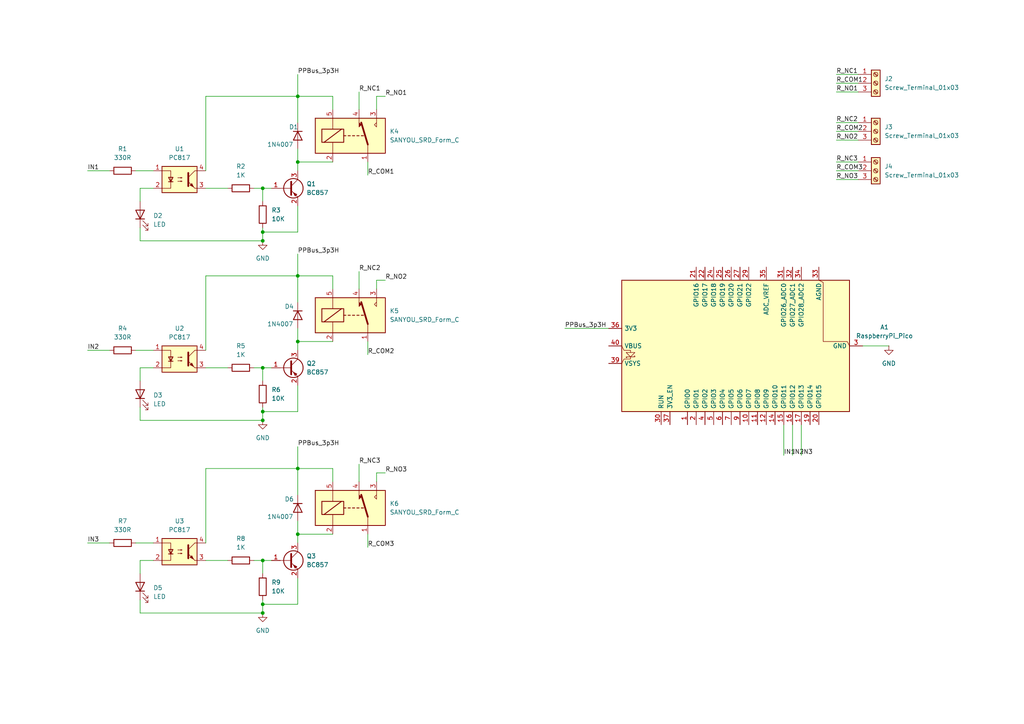
<source format=kicad_sch>
(kicad_sch (version 20250114) (generator "eeschema") (generator_version "9.0")
  (paper "A4")
  (title_block (title "Power and Flash Mode Controller") (date "2025-02-23") (rev "1.0") (comment 1 "Design phase : Prototype"))
  (lib_symbols
    (symbol "Connector:Screw_Terminal_01x03" (pin_names (offset 1.016) (hide yes))
      (property "Reference" "J" (at 0 5.08 0))
      (property "Value" "Screw_Terminal_01x03" (at 0 -5.08 0))
      (symbol "Screw_Terminal_01x03_1_1"
        (rectangle (start -1.27 3.81) (end 1.27 -3.81) (stroke (width 0.254)) (fill (type background)))
        (polyline (pts (xy -0.5334 2.8702) (xy 0.3302 2.032)) (stroke (width 0.1524)))
        (polyline (pts (xy -0.5334 0.3302) (xy 0.3302 -0.508)) (stroke (width 0.1524)))
        (polyline (pts (xy -0.5334 -2.2098) (xy 0.3302 -3.048)) (stroke (width 0.1524)))
        (polyline (pts (xy -0.3556 3.048) (xy 0.508 2.2098)) (stroke (width 0.1524)))
        (polyline (pts (xy -0.3556 0.508) (xy 0.508 -0.3302)) (stroke (width 0.1524)))
        (polyline (pts (xy -0.3556 -2.032) (xy 0.508 -2.8702)) (stroke (width 0.1524)))
        (circle (center 0 2.54) (radius 0.635) (stroke (width 0.1524)))
        (circle (center 0 0) (radius 0.635) (stroke (width 0.1524)))
        (circle (center 0 -2.54) (radius 0.635) (stroke (width 0.1524)))
        (pin passive line (at -5.08 2.54 0) (length 3.81) (name "Pin_1") (number "1"))
        (pin passive line (at -5.08 0 0) (length 3.81) (name "Pin_2") (number "2"))
        (pin passive line (at -5.08 -2.54 0) (length 3.81) (name "Pin_3") (number "3"))
      )
    )
    (symbol "Device:LED" (pin_numbers (hide yes)) (pin_names (offset 1.016) (hide yes))
      (property "Reference" "D" (at 0 2.54 0))
      (property "Value" "LED" (at 0 -2.54 0))
      (symbol "LED_0_1"
        (polyline (pts (xy -3.048 -0.762) (xy -4.572 -2.286) (xy -3.81 -2.286) (xy -4.572 -2.286) (xy -4.572 -1.524)))
        (polyline (pts (xy -1.778 -0.762) (xy -3.302 -2.286) (xy -2.54 -2.286) (xy -3.302 -2.286) (xy -3.302 -1.524)))
        (polyline (pts (xy -1.27 0) (xy 1.27 0)))
        (polyline (pts (xy -1.27 -1.27) (xy -1.27 1.27)) (stroke (width 0.254)))
        (polyline (pts (xy 1.27 -1.27) (xy 1.27 1.27) (xy -1.27 0) (xy 1.27 -1.27)) (stroke (width 0.254)))
      )
      (symbol "LED_1_1"
        (pin passive line (at -3.81 0 0) (length 2.54) (name "K") (number "1"))
        (pin passive line (at 3.81 0 180) (length 2.54) (name "A") (number "2"))
      )
    )
    (symbol "Device:R" (pin_numbers (hide yes)) (pin_names (offset 0))
      (property "Reference" "R" (at 2.032 0 90))
      (property "Value" "R" (at 0 0 90))
      (symbol "R_0_1"
        (rectangle (start -1.016 -2.54) (end 1.016 2.54) (stroke (width 0.254)))
      )
      (symbol "R_1_1"
        (pin passive line (at 0 3.81 270) (length 1.27) (name "~") (number "1"))
        (pin passive line (at 0 -3.81 90) (length 1.27) (name "~") (number "2"))
      )
    )
    (symbol "Diode:1N4007" (pin_numbers (hide yes)) (pin_names (hide yes))
      (property "Reference" "D" (at 0 2.54 0))
      (property "Value" "1N4007" (at 0 -2.54 0))
      (symbol "1N4007_0_1"
        (polyline (pts (xy -1.27 1.27) (xy -1.27 -1.27)) (stroke (width 0.254)))
        (polyline (pts (xy 1.27 1.27) (xy 1.27 -1.27) (xy -1.27 0) (xy 1.27 1.27)) (stroke (width 0.254)))
        (polyline (pts (xy 1.27 0) (xy -1.27 0)))
      )
      (symbol "1N4007_1_1"
        (pin passive line (at -3.81 0 0) (length 2.54) (name "K") (number "1"))
        (pin passive line (at 3.81 0 180) (length 2.54) (name "A") (number "2"))
      )
    )
    (symbol "Isolator:PC817" (pin_names (offset 1.016))
      (property "Reference" "U" (at -5.08 5.08 0))
      (property "Value" "PC817" (at 0 5.08 0))
      (symbol "PC817_0_1"
        (rectangle (start -5.08 3.81) (end 5.08 -3.81) (stroke (width 0.254)) (fill (type background)))
        (polyline (pts (xy -5.08 2.54) (xy -2.54 2.54) (xy -2.54 -0.635)))
        (polyline (pts (xy -3.175 -0.635) (xy -1.905 -0.635)) (stroke (width 0.254)))
        (polyline (pts (xy -2.54 -0.635) (xy -2.54 -2.54) (xy -5.08 -2.54)))
        (polyline (pts (xy -2.54 -0.635) (xy -3.175 0.635) (xy -1.905 0.635) (xy -2.54 -0.635)) (stroke (width 0.254)))
        (polyline (pts (xy -0.508 0.508) (xy 0.762 0.508) (xy 0.381 0.381) (xy 0.381 0.635) (xy 0.762 0.508)))
        (polyline (pts (xy -0.508 -0.508) (xy 0.762 -0.508) (xy 0.381 -0.635) (xy 0.381 -0.381) (xy 0.762 -0.508)))
        (polyline (pts (xy 2.54 1.905) (xy 2.54 -1.905) (xy 2.54 -1.905)) (stroke (width 0.508)))
        (polyline (pts (xy 2.54 0.635) (xy 4.445 2.54)))
        (polyline (pts (xy 3.048 -1.651) (xy 3.556 -1.143) (xy 4.064 -2.159) (xy 3.048 -1.651) (xy 3.048 -1.651)) (fill (type outline)))
        (polyline (pts (xy 4.445 2.54) (xy 5.08 2.54)))
        (polyline (pts (xy 4.445 -2.54) (xy 2.54 -0.635)) (fill (type outline)))
        (polyline (pts (xy 4.445 -2.54) (xy 5.08 -2.54)))
      )
      (symbol "PC817_1_1"
        (pin passive line (at -7.62 2.54 0) (length 2.54) (name "~") (number "1"))
        (pin passive line (at -7.62 -2.54 0) (length 2.54) (name "~") (number "2"))
        (pin passive line (at 7.62 2.54 180) (length 2.54) (name "~") (number "4"))
        (pin passive line (at 7.62 -2.54 180) (length 2.54) (name "~") (number "3"))
      )
    )
    (symbol "MCU_Module:RaspberryPi_Pico" (pin_names (offset 0.762))
      (property "Reference" "A" (at -19.05 35.56 0))
      (property "Value" "RaspberryPi_Pico" (at 7.62 35.56 0))
      (symbol "RaspberryPi_Pico_0_1"
        (rectangle (start -19.05 34.29) (end 19.05 -31.75) (stroke (width 0.254)) (fill (type background)))
        (polyline (pts (xy -5.08 34.29) (xy -3.81 33.655) (xy -3.81 31.75) (xy -3.175 31.75)))
        (polyline (pts (xy -3.429 32.766) (xy -3.429 33.02) (xy -3.175 33.02) (xy -3.175 30.48) (xy -2.921 30.48) (xy -2.921 30.734)))
        (polyline (pts (xy -3.175 31.75) (xy -1.905 33.02) (xy -1.905 30.48) (xy -3.175 31.75)))
        (polyline (pts (xy 0 34.29) (xy -1.27 33.655) (xy -1.27 31.75) (xy -1.905 31.75)))
        (polyline (pts (xy 0 -31.75) (xy 1.27 -31.115) (xy 1.27 -24.13) (xy 18.415 -24.13) (xy 19.05 -22.86)))
      )
      (symbol "RaspberryPi_Pico_1_1"
        (pin passive line (at -22.86 22.86 0) (length 3.81) (name "RUN") (number "30"))
        (pin passive line (at -22.86 20.32 0) (length 3.81) (name "3V3_EN") (number "37"))
        (pin bidirectional line (at -22.86 15.24 0) (length 3.81) (name "GPIO0") (number "1"))
        (pin bidirectional line (at -22.86 12.7 0) (length 3.81) (name "GPIO1") (number "2"))
        (pin bidirectional line (at -22.86 10.16 0) (length 3.81) (name "GPIO2") (number "4"))
        (pin bidirectional line (at -22.86 7.62 0) (length 3.81) (name "GPIO3") (number "5"))
        (pin bidirectional line (at -22.86 5.08 0) (length 3.81) (name "GPIO4") (number "6"))
        (pin bidirectional line (at -22.86 2.54 0) (length 3.81) (name "GPIO5") (number "7"))
        (pin bidirectional line (at -22.86 0 0) (length 3.81) (name "GPIO6") (number "9"))
        (pin bidirectional line (at -22.86 -2.54 0) (length 3.81) (name "GPIO7") (number "10"))
        (pin bidirectional line (at -22.86 -5.08 0) (length 3.81) (name "GPIO8") (number "11"))
        (pin bidirectional line (at -22.86 -7.62 0) (length 3.81) (name "GPIO9") (number "12"))
        (pin bidirectional line (at -22.86 -10.16 0) (length 3.81) (name "GPIO10") (number "14"))
        (pin bidirectional line (at -22.86 -12.7 0) (length 3.81) (name "GPIO11") (number "15"))
        (pin bidirectional line (at -22.86 -15.24 0) (length 3.81) (name "GPIO12") (number "16"))
        (pin bidirectional line (at -22.86 -17.78 0) (length 3.81) (name "GPIO13") (number "17"))
        (pin bidirectional line (at -22.86 -20.32 0) (length 3.81) (name "GPIO14") (number "19"))
        (pin bidirectional line (at -22.86 -22.86 0) (length 3.81) (name "GPIO15") (number "20"))
        (pin power_in line (at -5.08 38.1 270) (length 3.81) (name "VSYS") (number "39"))
        (pin power_out line (at 0 38.1 270) (length 3.81) (name "VBUS") (number "40"))
        (pin passive line (at 0 -35.56 90) (length 3.81) (hide yes) (name "GND") (number "13"))
        (pin passive line (at 0 -35.56 90) (length 3.81) (hide yes) (name "GND") (number "18"))
        (pin passive line (at 0 -35.56 90) (length 3.81) (hide yes) (name "GND") (number "23"))
        (pin passive line (at 0 -35.56 90) (length 3.81) (hide yes) (name "GND") (number "28"))
        (pin power_out line (at 0 -35.56 90) (length 3.81) (name "GND") (number "3"))
        (pin passive line (at 0 -35.56 90) (length 3.81) (hide yes) (name "GND") (number "38"))
        (pin passive line (at 0 -35.56 90) (length 3.81) (hide yes) (name "GND") (number "8"))
        (pin power_out line (at 5.08 38.1 270) (length 3.81) (name "3V3") (number "36"))
        (pin bidirectional line (at 22.86 12.7 180) (length 3.81) (name "GPIO16") (number "21"))
        (pin bidirectional line (at 22.86 10.16 180) (length 3.81) (name "GPIO17") (number "22"))
        (pin bidirectional line (at 22.86 7.62 180) (length 3.81) (name "GPIO18") (number "24"))
        (pin bidirectional line (at 22.86 5.08 180) (length 3.81) (name "GPIO19") (number "25"))
        (pin bidirectional line (at 22.86 2.54 180) (length 3.81) (name "GPIO20") (number "26"))
        (pin bidirectional line (at 22.86 0 180) (length 3.81) (name "GPIO21") (number "27"))
        (pin bidirectional line (at 22.86 -2.54 180) (length 3.81) (name "GPIO22") (number "29"))
        (pin power_in line (at 22.86 -7.62 180) (length 3.81) (name "ADC_VREF") (number "35"))
        (pin bidirectional line (at 22.86 -12.7 180) (length 3.81) (name "GPIO26_ADC0") (number "31"))
        (pin bidirectional line (at 22.86 -15.24 180) (length 3.81) (name "GPIO27_ADC1") (number "32"))
        (pin bidirectional line (at 22.86 -17.78 180) (length 3.81) (name "GPIO28_ADC2") (number "34"))
        (pin power_out line (at 22.86 -22.86 180) (length 3.81) (name "AGND") (number "33"))
      )
    )
    (symbol "Relay:SANYOU_SRD_Form_C"
      (property "Reference" "K" (at 11.43 3.81 0))
      (property "Value" "SANYOU_SRD_Form_C" (at 11.43 1.27 0))
      (symbol "SANYOU_SRD_Form_C_0_0"
        (polyline (pts (xy 7.62 5.08) (xy 7.62 2.54) (xy 6.985 3.175) (xy 7.62 3.81)))
      )
      (symbol "SANYOU_SRD_Form_C_0_1"
        (rectangle (start -10.16 5.08) (end 10.16 -5.08) (stroke (width 0.254)) (fill (type background)))
        (rectangle (start -8.255 1.905) (end -1.905 -1.905) (stroke (width 0.254)))
        (polyline (pts (xy -7.62 -1.905) (xy -2.54 1.905)) (stroke (width 0.254)))
        (polyline (pts (xy -5.08 5.08) (xy -5.08 1.905)))
        (polyline (pts (xy -5.08 -5.08) (xy -5.08 -1.905)))
        (polyline (pts (xy -1.905 0) (xy -1.27 0)) (stroke (width 0.254)))
        (polyline (pts (xy -0.635 0) (xy 0 0)) (stroke (width 0.254)))
        (polyline (pts (xy 0.635 0) (xy 1.27 0)) (stroke (width 0.254)))
        (polyline (pts (xy 1.905 0) (xy 2.54 0)) (stroke (width 0.254)))
        (polyline (pts (xy 3.175 0) (xy 3.81 0)) (stroke (width 0.254)))
        (polyline (pts (xy 5.08 -2.54) (xy 3.175 3.81)) (stroke (width 0.508)))
        (polyline (pts (xy 5.08 -2.54) (xy 5.08 -5.08)))
      )
      (symbol "SANYOU_SRD_Form_C_1_1"
        (polyline (pts (xy 2.54 3.81) (xy 3.175 3.175) (xy 2.54 2.54) (xy 2.54 5.08)) (fill (type outline)))
        (pin passive line (at -5.08 7.62 270) (length 2.54) (name "~") (number "5"))
        (pin passive line (at -5.08 -7.62 90) (length 2.54) (name "~") (number "2"))
        (pin passive line (at 2.54 7.62 270) (length 2.54) (name "~") (number "4"))
        (pin passive line (at 5.08 -7.62 90) (length 2.54) (name "~") (number "1"))
        (pin passive line (at 7.62 7.62 270) (length 2.54) (name "~") (number "3"))
      )
    )
    (symbol "Transistor_BJT:BC857" (pin_names (offset 0) (hide yes))
      (property "Reference" "Q" (at 5.08 1.905 0))
      (property "Value" "BC857" (at 5.08 0 0))
      (symbol "BC857_0_1"
        (polyline (pts (xy -2.54 0) (xy 0.635 0)))
        (polyline (pts (xy 0.635 1.905) (xy 0.635 -1.905)) (stroke (width 0.508)))
        (polyline (pts (xy 0.635 0.635) (xy 2.54 2.54)))
        (polyline (pts (xy 0.635 -0.635) (xy 2.54 -2.54)))
        (circle (center 1.27 0) (radius 2.8194) (stroke (width 0.254)))
        (polyline (pts (xy 2.286 -1.778) (xy 1.778 -2.286) (xy 1.27 -1.27) (xy 2.286 -1.778)) (fill (type outline)))
      )
      (symbol "BC857_1_1"
        (pin input line (at -5.08 0 0) (length 2.54) (name "B") (number "1"))
        (pin passive line (at 2.54 5.08 270) (length 2.54) (name "C") (number "3"))
        (pin passive line (at 2.54 -5.08 90) (length 2.54) (name "E") (number "2"))
      )
    )
    (symbol "power:GND" (power) (pin_numbers (hide yes)) (pin_names (offset 0) (hide yes))
      (property "Value" "GND" (at 0 -3.81 0))
      (symbol "GND_0_1"
        (polyline (pts (xy 0 0) (xy 0 -1.27) (xy 1.27 -1.27) (xy 0 -2.54) (xy -1.27 -1.27) (xy 0 -1.27)))
      )
      (symbol "GND_1_1"
        (pin power_in line (at 0 0 270) (length 0) (name "~") (number "1"))
      )
    )
  )
  (junction (at 76.2 54.61))
  (junction (at 86.36 154.94))
  (junction (at 86.36 80.01))
  (junction (at 76.2 119.38))
  (junction (at 86.36 46.99))
  (junction (at 86.36 27.94))
  (junction (at 76.2 162.56))
  (junction (at 76.2 121.92))
  (junction (at 76.2 69.85))
  (junction (at 76.2 175.26))
  (junction (at 76.2 106.68))
  (junction (at 86.36 135.89))
  (junction (at 76.2 177.8))
  (junction (at 86.36 99.06))
  (junction (at 76.2 67.31))
  (wire (pts (xy 39.37 157.48) (xy 44.45 157.48)))
  (wire (pts (xy 59.69 54.61) (xy 66.04 54.61)))
  (wire (pts (xy 40.64 162.56) (xy 40.64 166.37)))
  (wire (pts (xy 73.66 162.56) (xy 76.2 162.56)))
  (wire (pts (xy 106.68 50.8) (xy 106.68 46.99)))
  (wire (pts (xy 86.36 119.38) (xy 76.2 119.38)))
  (wire (pts (xy 76.2 173.99) (xy 76.2 175.26)))
  (wire (pts (xy 40.64 106.68) (xy 40.64 110.49)))
  (wire (pts (xy 40.64 66.04) (xy 40.64 69.85)))
  (wire (pts (xy 86.36 143.51) (xy 86.36 135.89)))
  (wire (pts (xy 111.76 81.28) (xy 109.22 81.28)))
  (wire (pts (xy 86.36 167.64) (xy 86.36 175.26)))
  (wire (pts (xy 44.45 106.68) (xy 40.64 106.68)))
  (wire (pts (xy 25.4 101.6) (xy 31.75 101.6)))
  (wire (pts (xy 86.36 46.99) (xy 96.52 46.99)))
  (wire (pts (xy 59.69 157.48) (xy 59.69 135.89)))
  (wire (pts (xy 242.57 24.13) (xy 248.92 24.13)))
  (wire (pts (xy 242.57 38.1) (xy 248.92 38.1)))
  (wire (pts (xy 76.2 66.04) (xy 76.2 67.31)))
  (wire (pts (xy 242.57 46.99) (xy 248.92 46.99)))
  (wire (pts (xy 86.36 111.76) (xy 86.36 119.38)))
  (wire (pts (xy 96.52 135.89) (xy 96.52 139.7)))
  (wire (pts (xy 25.4 49.53) (xy 31.75 49.53)))
  (wire (pts (xy 76.2 175.26) (xy 76.2 177.8)))
  (wire (pts (xy 76.2 162.56) (xy 76.2 166.37)))
  (wire (pts (xy 86.36 59.69) (xy 86.36 67.31)))
  (wire (pts (xy 242.57 21.59) (xy 248.92 21.59)))
  (wire (pts (xy 250.19 100.33) (xy 257.81 100.33)))
  (wire (pts (xy 109.22 81.28) (xy 109.22 83.82)))
  (wire (pts (xy 106.68 158.75) (xy 106.68 154.94)))
  (wire (pts (xy 76.2 119.38) (xy 76.2 121.92)))
  (wire (pts (xy 44.45 162.56) (xy 40.64 162.56)))
  (wire (pts (xy 59.69 101.6) (xy 59.69 80.01)))
  (wire (pts (xy 232.41 123.19) (xy 232.41 132.08)))
  (wire (pts (xy 59.69 106.68) (xy 66.04 106.68)))
  (wire (pts (xy 86.36 21.59) (xy 86.36 27.94)))
  (wire (pts (xy 76.2 54.61) (xy 76.2 58.42)))
  (wire (pts (xy 96.52 80.01) (xy 96.52 83.82)))
  (wire (pts (xy 73.66 54.61) (xy 76.2 54.61)))
  (wire (pts (xy 86.36 157.48) (xy 86.36 154.94)))
  (wire (pts (xy 39.37 101.6) (xy 44.45 101.6)))
  (wire (pts (xy 86.36 129.54) (xy 86.36 135.89)))
  (wire (pts (xy 242.57 40.64) (xy 248.92 40.64)))
  (wire (pts (xy 76.2 54.61) (xy 78.74 54.61)))
  (wire (pts (xy 73.66 106.68) (xy 76.2 106.68)))
  (wire (pts (xy 76.2 106.68) (xy 76.2 110.49)))
  (wire (pts (xy 86.36 154.94) (xy 86.36 151.13)))
  (wire (pts (xy 106.68 102.87) (xy 106.68 99.06)))
  (wire (pts (xy 40.64 118.11) (xy 40.64 121.92)))
  (wire (pts (xy 86.36 73.66) (xy 86.36 80.01)))
  (wire (pts (xy 86.36 67.31) (xy 76.2 67.31)))
  (wire (pts (xy 44.45 54.61) (xy 40.64 54.61)))
  (wire (pts (xy 40.64 54.61) (xy 40.64 58.42)))
  (wire (pts (xy 104.14 26.67) (xy 104.14 31.75)))
  (wire (pts (xy 59.69 80.01) (xy 86.36 80.01)))
  (wire (pts (xy 86.36 99.06) (xy 96.52 99.06)))
  (wire (pts (xy 59.69 162.56) (xy 66.04 162.56)))
  (wire (pts (xy 96.52 27.94) (xy 96.52 31.75)))
  (wire (pts (xy 86.36 87.63) (xy 86.36 80.01)))
  (wire (pts (xy 76.2 106.68) (xy 78.74 106.68)))
  (wire (pts (xy 39.37 49.53) (xy 44.45 49.53)))
  (wire (pts (xy 111.76 27.94) (xy 109.22 27.94)))
  (wire (pts (xy 76.2 162.56) (xy 78.74 162.56)))
  (wire (pts (xy 109.22 137.16) (xy 109.22 139.7)))
  (wire (pts (xy 40.64 173.99) (xy 40.64 177.8)))
  (wire (pts (xy 227.33 123.19) (xy 227.33 132.08)))
  (wire (pts (xy 59.69 27.94) (xy 86.36 27.94)))
  (wire (pts (xy 86.36 154.94) (xy 96.52 154.94)))
  (wire (pts (xy 86.36 46.99) (xy 86.36 43.18)))
  (wire (pts (xy 40.64 121.92) (xy 76.2 121.92)))
  (wire (pts (xy 109.22 27.94) (xy 109.22 31.75)))
  (wire (pts (xy 59.69 135.89) (xy 86.36 135.89)))
  (wire (pts (xy 86.36 49.53) (xy 86.36 46.99)))
  (wire (pts (xy 86.36 101.6) (xy 86.36 99.06)))
  (wire (pts (xy 86.36 175.26) (xy 76.2 175.26)))
  (wire (pts (xy 40.64 69.85) (xy 76.2 69.85)))
  (wire (pts (xy 86.36 99.06) (xy 86.36 95.25)))
  (wire (pts (xy 104.14 134.62) (xy 104.14 139.7)))
  (wire (pts (xy 59.69 49.53) (xy 59.69 27.94)))
  (wire (pts (xy 242.57 26.67) (xy 248.92 26.67)))
  (wire (pts (xy 86.36 27.94) (xy 96.52 27.94)))
  (wire (pts (xy 76.2 67.31) (xy 76.2 69.85)))
  (wire (pts (xy 242.57 35.56) (xy 248.92 35.56)))
  (wire (pts (xy 242.57 49.53) (xy 248.92 49.53)))
  (wire (pts (xy 242.57 52.07) (xy 248.92 52.07)))
  (wire (pts (xy 76.2 118.11) (xy 76.2 119.38)))
  (wire (pts (xy 86.36 135.89) (xy 96.52 135.89)))
  (wire (pts (xy 104.14 78.74) (xy 104.14 83.82)))
  (wire (pts (xy 40.64 177.8) (xy 76.2 177.8)))
  (wire (pts (xy 86.36 80.01) (xy 96.52 80.01)))
  (wire (pts (xy 163.83 95.25) (xy 176.53 95.25)))
  (wire (pts (xy 25.4 157.48) (xy 31.75 157.48)))
  (wire (pts (xy 229.87 123.19) (xy 229.87 132.08)))
  (wire (pts (xy 111.76 137.16) (xy 109.22 137.16)))
  (wire (pts (xy 86.36 35.56) (xy 86.36 27.94)))
  (label "R_COM2" (at 106.68 102.87 0))
  (label "R_NC3" (at 242.57 46.99 0))
  (label "R_COM2" (at 242.57 38.1 0))
  (label "R_COM1" (at 106.68 50.8 0))
  (label "IN1" (at 25.4 49.53 0))
  (label "IN3" (at 232.41 132.08 0))
  (label "R_NO2" (at 111.76 81.28 0))
  (label "R_NC1" (at 242.57 21.59 0))
  (label "PPBus_3p3H" (at 86.36 21.59 0))
  (label "R_NO3" (at 111.76 137.16 0))
  (label "IN2" (at 229.87 132.08 0))
  (label "R_COM1" (at 242.57 24.13 0))
  (label "R_COM3" (at 106.68 158.75 0))
  (label "PPBus_3p3H" (at 86.36 73.66 0))
  (label "R_NO1" (at 111.76 27.94 0))
  (label "PPBus_3p3H" (at 163.83 95.25 0))
  (label "IN2" (at 25.4 101.6 0))
  (label "R_COM3" (at 242.57 49.53 0))
  (label "R_NO1" (at 242.57 26.67 0))
  (label "PPBus_3p3H" (at 86.36 129.54 0))
  (label "IN3" (at 25.4 157.48 0))
  (label "R_NC3" (at 104.14 134.62 0))
  (label "R_NO3" (at 242.57 52.07 0))
  (label "R_NO2" (at 242.57 40.64 0))
  (label "IN1" (at 227.33 132.08 0))
  (label "R_NC2" (at 104.14 78.74 0))
  (label "R_NC2" (at 242.57 35.56 0))
  (label "R_NC1" (at 104.14 26.67 0))
  (symbol (lib_id "Isolator:PC817") (at 52.07 160.02 0) (unit 1)
    (property "Reference" "U3" (at 52.07 151.13 0))
    (property "Value" "PC817" (at 52.07 153.67 0))
    (property "Footprint" "Package_DIP:DIP-4_W7.62mm" (effects (hide yes)))
    (property "Datasheet" "http://www.soselectronic.cz/a_info/resource/d/pc817.pdf" (effects (hide yes)))
    (property "Description" "DC Optocoupler, Vce 35V, CTR 50-300%, DIP-4" (effects (hide yes)))
  )
  (symbol (lib_id "Diode:1N4007") (at 86.36 39.37 270) (unit 1)
    (property "Reference" "D1" (at 83.82 36.83 90) (effects (justify left)))
    (property "Value" "1N4007" (at 77.47 41.91 90) (effects (justify left)))
    (property "Footprint" "Diode_THT:D_DO-41_SOD81_P10.16mm_Horizontal" (effects (hide yes)))
    (property "Datasheet" "http://www.vishay.com/docs/88503/1n4001.pdf" (effects (hide yes)))
    (property "Description" "1000V 1A General Purpose Rectifier Diode, DO-41" (effects (hide yes)))
    (property "Sim.Device" "D" (effects (hide yes)))
    (property "Sim.Pins" "1=K 2=A" (effects (hide yes)))
  )
  (symbol (lib_id "Transistor_BJT:BC857") (at 83.82 162.56 0) (unit 1)
    (property "Reference" "Q3" (at 88.9 161.2899 0) (effects (justify left)))
    (property "Value" "BC857" (at 88.9 163.8299 0) (effects (justify left)))
    (property "Footprint" "Package_TO_SOT_SMD:SOT-23" (effects (hide yes)))
    (property "Datasheet" "https://www.onsemi.com/pub/Collateral/BC860-D.pdf" (effects (hide yes)))
    (property "Description" "0.1A Ic, 45V Vce, PNP Transistor, SOT-23" (effects (hide yes)))
  )
  (symbol (lib_id "Device:R") (at 76.2 62.23 180) (unit 1)
    (property "Reference" "R3" (at 78.74 60.9599 0) (effects (justify right)))
    (property "Value" "10K" (at 78.74 63.4999 0) (effects (justify right)))
    (property "Footprint" "Resistor_THT:R_Axial_DIN0204_L3.6mm_D1.6mm_P7.62mm_Horizontal" (effects (hide yes)))
    (property "Description" "Resistor" (effects (hide yes)))
  )
  (symbol (lib_id "Device:R") (at 69.85 162.56 90) (unit 1)
    (property "Reference" "R8" (at 69.85 156.21 90))
    (property "Value" "1K" (at 69.85 158.75 90))
    (property "Footprint" "Resistor_THT:R_Axial_DIN0204_L3.6mm_D1.6mm_P7.62mm_Horizontal" (effects (hide yes)))
    (property "Description" "Resistor" (effects (hide yes)))
  )
  (symbol (lib_id "power:GND") (at 76.2 177.8 0) (unit 1)
    (property "Reference" "#PWR05" (effects (hide yes)))
    (property "Value" "GND" (at 76.2 182.88 0))
    (property "Description" "Power symbol creates a global label with name \"GND\" , ground" (effects (hide yes)))
  )
  (symbol (lib_id "Device:R") (at 76.2 114.3 180) (unit 1)
    (property "Reference" "R6" (at 78.74 113.0299 0) (effects (justify right)))
    (property "Value" "10K" (at 78.74 115.5699 0) (effects (justify right)))
    (property "Footprint" "Resistor_THT:R_Axial_DIN0204_L3.6mm_D1.6mm_P7.62mm_Horizontal" (effects (hide yes)))
    (property "Description" "Resistor" (effects (hide yes)))
  )
  (symbol (lib_id "Relay:SANYOU_SRD_Form_C") (at 101.6 147.32 0) (unit 1)
    (property "Reference" "K6" (at 113.03 146.0499 0) (effects (justify left)))
    (property "Value" "SANYOU_SRD_Form_C" (at 113.03 148.5899 0) (effects (justify left)))
    (property "Footprint" "Relay_THT:Relay_SPDT_SANYOU_SRD_Series_Form_C" (effects (hide yes)))
    (property "Datasheet" "http://www.sanyourelay.ca/public/products/pdf/SRD.pdf" (effects (hide yes)))
    (property "Description" "Sanyo SRD relay, Single Pole Miniature Power Relay," (effects (hide yes)))
  )
  (symbol (lib_id "Connector:Screw_Terminal_01x03") (at 254 24.13 0) (unit 1)
    (property "Reference" "J2" (at 256.54 22.8599 0) (effects (justify left)))
    (property "Value" "Screw_Terminal_01x03" (at 256.54 25.3999 0) (effects (justify left)))
    (property "Footprint" "TerminalBlock:TerminalBlock_MaiXu_MX126-5.0-03P_1x03_P5.00mm" (effects (hide yes)))
    (property "Description" "Generic screw terminal, single row, 01x03, script generated (kicad-library-utils/schlib/autogen/connector/)" (effects (hide yes)))
  )
  (symbol (lib_id "Device:R") (at 76.2 170.18 180) (unit 1)
    (property "Reference" "R9" (at 78.74 168.9099 0) (effects (justify right)))
    (property "Value" "10K" (at 78.74 171.4499 0) (effects (justify right)))
    (property "Footprint" "Resistor_THT:R_Axial_DIN0204_L3.6mm_D1.6mm_P7.62mm_Horizontal" (effects (hide yes)))
    (property "Description" "Resistor" (effects (hide yes)))
  )
  (symbol (lib_id "Device:R") (at 35.56 101.6 90) (unit 1)
    (property "Reference" "R4" (at 35.56 95.25 90))
    (property "Value" "330R" (at 35.56 97.79 90))
    (property "Footprint" "Resistor_THT:R_Axial_DIN0204_L3.6mm_D1.6mm_P7.62mm_Horizontal" (effects (hide yes)))
    (property "Description" "Resistor" (effects (hide yes)))
  )
  (symbol (lib_id "power:GND") (at 76.2 121.92 0) (unit 1)
    (property "Reference" "#PWR04" (effects (hide yes)))
    (property "Value" "GND" (at 76.2 127 0))
    (property "Description" "Power symbol creates a global label with name \"GND\" , ground" (effects (hide yes)))
  )
  (symbol (lib_id "Device:LED") (at 40.64 114.3 90) (unit 1)
    (property "Reference" "D3" (at 44.45 114.6174 90) (effects (justify right)))
    (property "Value" "LED" (at 44.45 117.1574 90) (effects (justify right)))
    (property "Footprint" "LED_THT:LED_D3.0mm_IRBlack" (effects (hide yes)))
    (property "Description" "Light emitting diode" (effects (hide yes)))
    (property "Sim.Pins" "1=K 2=A" (effects (hide yes)))
  )
  (symbol (lib_id "Device:R") (at 35.56 49.53 90) (unit 1)
    (property "Reference" "R1" (at 35.56 43.18 90))
    (property "Value" "330R" (at 35.56 45.72 90))
    (property "Footprint" "Resistor_THT:R_Axial_DIN0204_L3.6mm_D1.6mm_P7.62mm_Horizontal" (effects (hide yes)))
    (property "Description" "Resistor" (effects (hide yes)))
  )
  (symbol (lib_id "Isolator:PC817") (at 52.07 104.14 0) (unit 1)
    (property "Reference" "U2" (at 52.07 95.25 0))
    (property "Value" "PC817" (at 52.07 97.79 0))
    (property "Footprint" "Package_DIP:DIP-4_W7.62mm" (effects (hide yes)))
    (property "Datasheet" "http://www.soselectronic.cz/a_info/resource/d/pc817.pdf" (effects (hide yes)))
    (property "Description" "DC Optocoupler, Vce 35V, CTR 50-300%, DIP-4" (effects (hide yes)))
  )
  (symbol (lib_id "Transistor_BJT:BC857") (at 83.82 54.61 0) (unit 1)
    (property "Reference" "Q1" (at 88.9 53.3399 0) (effects (justify left)))
    (property "Value" "BC857" (at 88.9 55.8799 0) (effects (justify left)))
    (property "Footprint" "Package_TO_SOT_SMD:SOT-23" (effects (hide yes)))
    (property "Datasheet" "https://www.onsemi.com/pub/Collateral/BC860-D.pdf" (effects (hide yes)))
    (property "Description" "0.1A Ic, 45V Vce, PNP Transistor, SOT-23" (effects (hide yes)))
  )
  (symbol (lib_id "Diode:1N4007") (at 86.36 147.32 270) (unit 1)
    (property "Reference" "D6" (at 82.55 144.78 90) (effects (justify left)))
    (property "Value" "1N4007" (at 77.47 149.86 90) (effects (justify left)))
    (property "Footprint" "Diode_THT:D_DO-41_SOD81_P10.16mm_Horizontal" (effects (hide yes)))
    (property "Datasheet" "http://www.vishay.com/docs/88503/1n4001.pdf" (effects (hide yes)))
    (property "Description" "1000V 1A General Purpose Rectifier Diode, DO-41" (effects (hide yes)))
    (property "Sim.Device" "D" (effects (hide yes)))
    (property "Sim.Pins" "1=K 2=A" (effects (hide yes)))
  )
  (symbol (lib_id "Isolator:PC817") (at 52.07 52.07 0) (unit 1)
    (property "Reference" "U1" (at 52.07 43.18 0))
    (property "Value" "PC817" (at 52.07 45.72 0))
    (property "Footprint" "Package_DIP:DIP-4_W7.62mm" (effects (hide yes)))
    (property "Datasheet" "http://www.soselectronic.cz/a_info/resource/d/pc817.pdf" (effects (hide yes)))
    (property "Description" "DC Optocoupler, Vce 35V, CTR 50-300%, DIP-4" (effects (hide yes)))
  )
  (symbol (lib_id "Diode:1N4007") (at 86.36 91.44 270) (unit 1)
    (property "Reference" "D4" (at 82.55 88.9 90) (effects (justify left)))
    (property "Value" "1N4007" (at 77.47 93.98 90) (effects (justify left)))
    (property "Footprint" "Diode_THT:D_DO-41_SOD81_P10.16mm_Horizontal" (effects (hide yes)))
    (property "Datasheet" "http://www.vishay.com/docs/88503/1n4001.pdf" (effects (hide yes)))
    (property "Description" "1000V 1A General Purpose Rectifier Diode, DO-41" (effects (hide yes)))
    (property "Sim.Device" "D" (effects (hide yes)))
    (property "Sim.Pins" "1=K 2=A" (effects (hide yes)))
  )
  (symbol (lib_id "Device:R") (at 35.56 157.48 90) (unit 1)
    (property "Reference" "R7" (at 35.56 151.13 90))
    (property "Value" "330R" (at 35.56 153.67 90))
    (property "Footprint" "Resistor_THT:R_Axial_DIN0204_L3.6mm_D1.6mm_P7.62mm_Horizontal" (effects (hide yes)))
    (property "Description" "Resistor" (effects (hide yes)))
  )
  (symbol (lib_id "Device:LED") (at 40.64 170.18 90) (unit 1)
    (property "Reference" "D5" (at 44.45 170.4974 90) (effects (justify right)))
    (property "Value" "LED" (at 44.45 173.0374 90) (effects (justify right)))
    (property "Footprint" "LED_THT:LED_D3.0mm_IRBlack" (effects (hide yes)))
    (property "Description" "Light emitting diode" (effects (hide yes)))
    (property "Sim.Pins" "1=K 2=A" (effects (hide yes)))
  )
  (symbol (lib_id "Connector:Screw_Terminal_01x03") (at 254 49.53 0) (unit 1)
    (property "Reference" "J4" (at 256.54 48.2599 0) (effects (justify left)))
    (property "Value" "Screw_Terminal_01x03" (at 256.54 50.7999 0) (effects (justify left)))
    (property "Footprint" "TerminalBlock:TerminalBlock_MaiXu_MX126-5.0-03P_1x03_P5.00mm" (effects (hide yes)))
    (property "Description" "Generic screw terminal, single row, 01x03, script generated (kicad-library-utils/schlib/autogen/connector/)" (effects (hide yes)))
  )
  (symbol (lib_id "Relay:SANYOU_SRD_Form_C") (at 101.6 91.44 0) (unit 1)
    (property "Reference" "K5" (at 113.03 90.1699 0) (effects (justify left)))
    (property "Value" "SANYOU_SRD_Form_C" (at 113.03 92.7099 0) (effects (justify left)))
    (property "Footprint" "Relay_THT:Relay_SPDT_SANYOU_SRD_Series_Form_C" (effects (hide yes)))
    (property "Datasheet" "http://www.sanyourelay.ca/public/products/pdf/SRD.pdf" (effects (hide yes)))
    (property "Description" "Sanyo SRD relay, Single Pole Miniature Power Relay," (effects (hide yes)))
  )
  (symbol (lib_id "MCU_Module:RaspberryPi_Pico") (at 214.63 100.33 90) (unit 1)
    (property "Reference" "A1" (at 256.54 94.8846 90))
    (property "Value" "RaspberryPi_Pico" (at 256.54 97.4246 90))
    (property "Footprint" "Module:RaspberryPi_Pico_Common_Unspecified" (effects (hide yes)))
    (property "Datasheet" "https://datasheets.raspberrypi.com/pico/pico-datasheet.pdf" (effects (hide yes)))
    (property "Description" "Versatile and inexpensive microcontroller module powered by RP2040 dual-core Arm Cortex-M0+ processor up to 133 MHz, 264kB SRAM, 2MB QSPI flash; also supports Raspberry Pi Pico 2" (effects (hide yes)))
  )
  (symbol (lib_id "power:GND") (at 257.81 100.33 0) (unit 1)
    (property "Reference" "#PWR03" (effects (hide yes)))
    (property "Value" "GND" (at 257.81 105.41 0))
    (property "Description" "Power symbol creates a global label with name \"GND\" , ground" (effects (hide yes)))
  )
  (symbol (lib_id "Device:R") (at 69.85 54.61 90) (unit 1)
    (property "Reference" "R2" (at 69.85 48.26 90))
    (property "Value" "1K" (at 69.85 50.8 90))
    (property "Footprint" "Resistor_THT:R_Axial_DIN0204_L3.6mm_D1.6mm_P7.62mm_Horizontal" (effects (hide yes)))
    (property "Description" "Resistor" (effects (hide yes)))
  )
  (symbol (lib_id "Device:LED") (at 40.64 62.23 90) (unit 1)
    (property "Reference" "D2" (at 44.45 62.5474 90) (effects (justify right)))
    (property "Value" "LED" (at 44.45 65.0874 90) (effects (justify right)))
    (property "Footprint" "LED_THT:LED_D3.0mm_IRBlack" (effects (hide yes)))
    (property "Description" "Light emitting diode" (effects (hide yes)))
    (property "Sim.Pins" "1=K 2=A" (effects (hide yes)))
  )
  (symbol (lib_id "Device:R") (at 69.85 106.68 90) (unit 1)
    (property "Reference" "R5" (at 69.85 100.33 90))
    (property "Value" "1K" (at 69.85 102.87 90))
    (property "Footprint" "Resistor_THT:R_Axial_DIN0204_L3.6mm_D1.6mm_P7.62mm_Horizontal" (effects (hide yes)))
    (property "Description" "Resistor" (effects (hide yes)))
  )
  (symbol (lib_id "power:GND") (at 76.2 69.85 0) (unit 1)
    (property "Reference" "#PWR02" (effects (hide yes)))
    (property "Value" "GND" (at 76.2 74.93 0))
    (property "Description" "Power symbol creates a global label with name \"GND\" , ground" (effects (hide yes)))
  )
  (symbol (lib_id "Connector:Screw_Terminal_01x03") (at 254 38.1 0) (unit 1)
    (property "Reference" "J3" (at 256.54 36.8299 0) (effects (justify left)))
    (property "Value" "Screw_Terminal_01x03" (at 256.54 39.3699 0) (effects (justify left)))
    (property "Footprint" "TerminalBlock:TerminalBlock_MaiXu_MX126-5.0-03P_1x03_P5.00mm" (effects (hide yes)))
    (property "Description" "Generic screw terminal, single row, 01x03, script generated (kicad-library-utils/schlib/autogen/connector/)" (effects (hide yes)))
  )
  (symbol (lib_id "Relay:SANYOU_SRD_Form_C") (at 101.6 39.37 0) (unit 1)
    (property "Reference" "K4" (at 113.03 38.0999 0) (effects (justify left)))
    (property "Value" "SANYOU_SRD_Form_C" (at 113.03 40.6399 0) (effects (justify left)))
    (property "Footprint" "Relay_THT:Relay_SPDT_SANYOU_SRD_Series_Form_C" (effects (hide yes)))
    (property "Datasheet" "http://www.sanyourelay.ca/public/products/pdf/SRD.pdf" (effects (hide yes)))
    (property "Description" "Sanyo SRD relay, Single Pole Miniature Power Relay," (effects (hide yes)))
  )
  (symbol (lib_id "Transistor_BJT:BC857") (at 83.82 106.68 0) (unit 1)
    (property "Reference" "Q2" (at 88.9 105.4099 0) (effects (justify left)))
    (property "Value" "BC857" (at 88.9 107.9499 0) (effects (justify left)))
    (property "Footprint" "Package_TO_SOT_SMD:SOT-23" (effects (hide yes)))
    (property "Datasheet" "https://www.onsemi.com/pub/Collateral/BC860-D.pdf" (effects (hide yes)))
    (property "Description" "0.1A Ic, 45V Vce, PNP Transistor, SOT-23" (effects (hide yes)))
  )
)
</source>
